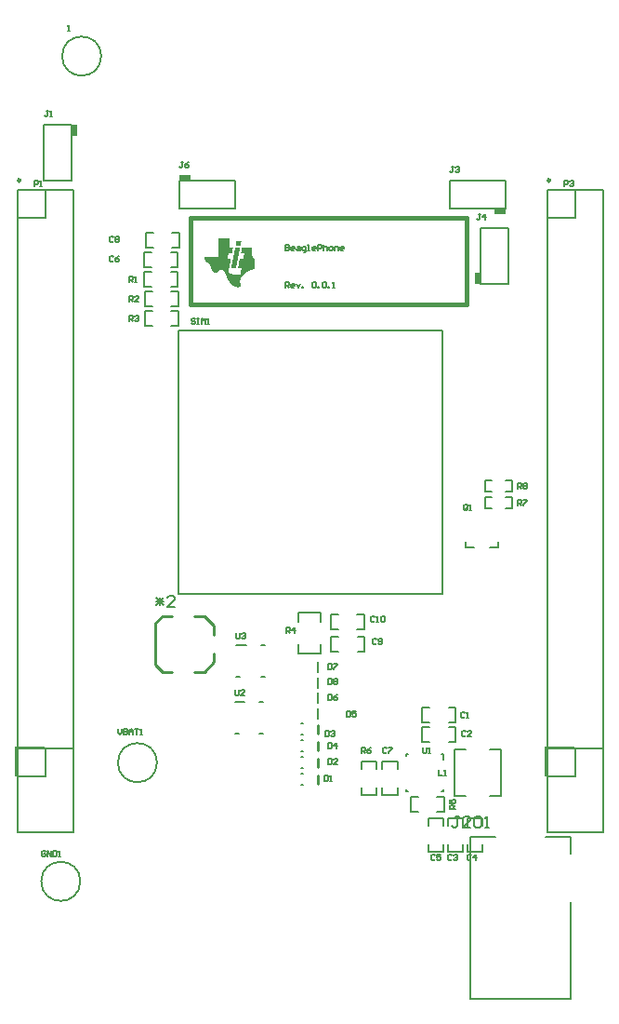
<source format=gto>
%FSLAX25Y25*%
%MOIN*%
G70*
G01*
G75*
%ADD10R,0.03937X0.03740*%
%ADD11O,0.06299X0.02362*%
%ADD12O,0.02362X0.06299*%
%ADD13R,0.03150X0.02362*%
%ADD14R,0.08661X0.03937*%
%ADD15R,0.04724X0.03937*%
%ADD16O,0.02362X0.00984*%
%ADD17R,0.04724X0.07874*%
%ADD18R,0.03150X0.03150*%
%ADD19R,0.06300X0.05000*%
%ADD20R,0.05906X0.07480*%
%ADD21O,0.00945X0.02362*%
%ADD22R,0.08465X0.06693*%
%ADD23R,0.03740X0.03937*%
%ADD24R,0.02362X0.05906*%
%ADD25C,0.04500*%
%ADD26C,0.03500*%
%ADD27C,0.02000*%
%ADD28C,0.01000*%
%ADD29C,0.06300*%
%ADD30C,0.04000*%
%ADD31C,0.06500*%
%ADD32C,0.06000*%
%ADD33C,0.02200*%
%ADD34R,0.01732X0.00787*%
%ADD35C,0.06000*%
%ADD36O,0.16929X0.06693*%
%ADD37O,0.05906X0.14961*%
%ADD38O,0.14961X0.05906*%
%ADD39C,0.05906*%
%ADD40R,0.05906X0.05906*%
%ADD41C,0.08700*%
%ADD42C,0.06496*%
%ADD43R,0.06496X0.06496*%
%ADD44R,0.05906X0.05906*%
%ADD45C,0.05000*%
%ADD46C,0.02000*%
%ADD47C,0.01969*%
%ADD48R,0.11024X0.03937*%
%ADD49R,0.07284X0.05118*%
%ADD50R,0.07717X0.12402*%
%ADD51R,0.08500X0.10799*%
%ADD52R,0.20866X0.06299*%
%ADD53R,0.12598X0.04134*%
%ADD54R,0.32677X0.41142*%
%ADD55R,0.20079X0.70079*%
%ADD56C,0.01500*%
%ADD57C,0.00799*%
%ADD58C,0.00984*%
%ADD59C,0.00700*%
%ADD60C,0.00701*%
%ADD61C,0.00787*%
%ADD62C,0.00669*%
%ADD63C,0.00800*%
%ADD64C,0.00600*%
%ADD65R,0.00886X0.03937*%
%ADD66R,0.04000X0.02000*%
%ADD67R,0.02000X0.04000*%
%ADD68R,0.10350X0.01000*%
%ADD69R,0.01000X0.11000*%
G36*
X78694Y-93030D02*
X79857D01*
Y-93102D01*
X79785D01*
Y-93466D01*
X79712D01*
Y-93829D01*
X79639D01*
Y-94193D01*
X79566D01*
Y-94556D01*
X79494D01*
Y-94920D01*
X79421D01*
Y-95211D01*
X78185D01*
Y-95429D01*
X78113D01*
Y-95792D01*
X78040D01*
Y-96156D01*
X77967D01*
Y-96519D01*
X77894D01*
Y-96883D01*
X77822D01*
Y-97246D01*
X78985D01*
Y-97537D01*
X78912D01*
Y-97901D01*
X78839D01*
Y-98264D01*
X78767D01*
Y-98628D01*
X78694D01*
Y-98991D01*
X78621D01*
Y-99355D01*
X78549D01*
Y-99718D01*
X78476D01*
Y-100082D01*
X78403D01*
Y-100445D01*
X78331D01*
Y-100809D01*
X78258D01*
Y-101172D01*
X78185D01*
Y-101754D01*
X78258D01*
Y-101972D01*
X78331D01*
Y-102117D01*
X78403D01*
Y-102190D01*
X78476D01*
Y-102263D01*
X78549D01*
Y-102335D01*
X78694D01*
Y-102408D01*
X78839D01*
Y-102481D01*
X79130D01*
Y-102553D01*
X79566D01*
Y-102626D01*
X82402D01*
Y-102408D01*
X82474D01*
Y-102044D01*
X82547D01*
Y-101681D01*
X82620D01*
Y-101318D01*
X82693D01*
Y-100954D01*
X82765D01*
Y-100591D01*
X82838D01*
Y-100445D01*
X81893D01*
Y-100372D01*
X81748D01*
Y-100300D01*
X81675D01*
Y-99645D01*
X81748D01*
Y-99355D01*
X81820D01*
Y-98991D01*
X81893D01*
Y-98628D01*
X81966D01*
Y-98264D01*
X82038D01*
Y-97901D01*
X82111D01*
Y-97537D01*
X82184D01*
Y-97246D01*
X83492D01*
Y-96883D01*
X83565D01*
Y-96519D01*
X83638D01*
Y-96156D01*
X83710D01*
Y-95792D01*
X83783D01*
Y-95429D01*
X83856D01*
Y-95211D01*
X82620D01*
Y-94993D01*
X82693D01*
Y-94629D01*
X82765D01*
Y-94266D01*
X82838D01*
Y-93902D01*
X82911D01*
Y-93539D01*
X82983D01*
Y-93175D01*
X83056D01*
Y-93030D01*
X86546D01*
Y-95502D01*
X86618D01*
Y-95865D01*
X86691D01*
Y-96156D01*
X86764D01*
Y-96301D01*
X86836D01*
Y-96447D01*
X86909D01*
Y-96592D01*
X86982D01*
Y-96665D01*
X87055D01*
Y-96810D01*
X87127D01*
Y-96883D01*
X87200D01*
Y-96956D01*
X87273D01*
Y-97028D01*
X87345D01*
Y-97101D01*
X87491D01*
Y-97174D01*
X87564D01*
Y-100736D01*
X87418D01*
Y-100809D01*
X87200D01*
Y-100881D01*
X86909D01*
Y-100954D01*
X86691D01*
Y-101027D01*
X86473D01*
Y-101099D01*
X86255D01*
Y-101172D01*
X86110D01*
Y-101245D01*
X85891D01*
Y-101318D01*
X85746D01*
Y-101390D01*
X85601D01*
Y-101463D01*
X85455D01*
Y-101536D01*
X85310D01*
Y-101608D01*
X85164D01*
Y-101681D01*
X85019D01*
Y-101754D01*
X84874D01*
Y-101826D01*
X84801D01*
Y-101899D01*
X84655D01*
Y-101972D01*
X84510D01*
Y-102044D01*
X84437D01*
Y-102117D01*
X84365D01*
Y-102190D01*
X84219D01*
Y-102263D01*
X84147D01*
Y-102335D01*
X84074D01*
Y-102408D01*
X83928D01*
Y-102481D01*
X83856D01*
Y-102553D01*
X83783D01*
Y-102626D01*
X83710D01*
Y-102699D01*
X83638D01*
Y-102771D01*
X83565D01*
Y-102844D01*
X83492D01*
Y-102917D01*
X83420D01*
Y-102990D01*
X83347D01*
Y-103062D01*
X83274D01*
Y-103135D01*
X83201D01*
Y-103208D01*
X83129D01*
Y-103353D01*
X83056D01*
Y-103426D01*
X82983D01*
Y-103498D01*
X82911D01*
Y-103644D01*
X82838D01*
Y-103717D01*
X82765D01*
Y-103862D01*
X82693D01*
Y-104007D01*
X82620D01*
Y-104153D01*
X82547D01*
Y-104298D01*
X82474D01*
Y-104516D01*
X82402D01*
Y-104807D01*
X82329D01*
Y-105898D01*
X82402D01*
Y-106261D01*
X82474D01*
Y-106552D01*
X82547D01*
Y-106770D01*
X82620D01*
Y-106915D01*
X82693D01*
Y-107061D01*
X82547D01*
Y-107133D01*
X82329D01*
Y-107206D01*
X81966D01*
Y-107279D01*
X81166D01*
Y-107206D01*
X80802D01*
Y-107133D01*
X80584D01*
Y-107061D01*
X80366D01*
Y-106988D01*
X80221D01*
Y-106915D01*
X80075D01*
Y-106843D01*
X80003D01*
Y-106770D01*
X79857D01*
Y-106697D01*
X79785D01*
Y-106625D01*
X79639D01*
Y-106552D01*
X79566D01*
Y-106479D01*
X79494D01*
Y-106406D01*
X79348D01*
Y-106334D01*
X79276D01*
Y-106261D01*
X79203D01*
Y-106188D01*
X79130D01*
Y-106116D01*
X79058D01*
Y-106043D01*
X78985D01*
Y-105970D01*
X78912D01*
Y-105898D01*
X78839D01*
Y-105752D01*
X78767D01*
Y-105680D01*
X78694D01*
Y-105607D01*
X78621D01*
Y-105534D01*
X78549D01*
Y-105389D01*
X78476D01*
Y-105316D01*
X78403D01*
Y-105171D01*
X78331D01*
Y-105025D01*
X78258D01*
Y-104953D01*
X78185D01*
Y-104807D01*
X78113D01*
Y-104662D01*
X78040D01*
Y-104516D01*
X77967D01*
Y-104371D01*
X77894D01*
Y-104226D01*
X77822D01*
Y-104080D01*
X77749D01*
Y-103935D01*
X77676D01*
Y-103789D01*
X77604D01*
Y-103644D01*
X77531D01*
Y-103498D01*
X77458D01*
Y-103280D01*
X77385D01*
Y-103135D01*
X77313D01*
Y-102990D01*
X77240D01*
Y-102844D01*
X77167D01*
Y-102699D01*
X77095D01*
Y-102553D01*
X77022D01*
Y-102408D01*
X76949D01*
Y-102263D01*
X76876D01*
Y-102117D01*
X76804D01*
Y-101972D01*
X76731D01*
Y-101826D01*
X76658D01*
Y-101754D01*
X76586D01*
Y-101608D01*
X76513D01*
Y-101536D01*
X76440D01*
Y-101463D01*
X76368D01*
Y-101390D01*
X76295D01*
Y-101318D01*
X76222D01*
Y-101245D01*
X76149D01*
Y-101172D01*
X76077D01*
Y-101099D01*
X75931D01*
Y-101027D01*
X75641D01*
Y-100954D01*
X75495D01*
Y-101027D01*
X75132D01*
Y-101099D01*
X74986D01*
Y-101172D01*
X74841D01*
Y-101245D01*
X74768D01*
Y-101318D01*
X74696D01*
Y-101390D01*
X74623D01*
Y-101463D01*
X74550D01*
Y-101536D01*
X74477D01*
Y-101608D01*
X74405D01*
Y-101681D01*
X74332D01*
Y-101754D01*
X74259D01*
Y-101826D01*
X74187D01*
Y-101899D01*
X74114D01*
Y-101972D01*
X74041D01*
Y-102044D01*
X73896D01*
Y-102117D01*
X73314D01*
Y-102044D01*
X73096D01*
Y-101972D01*
X72951D01*
Y-101899D01*
X72878D01*
Y-101826D01*
X72805D01*
Y-101754D01*
X72660D01*
Y-101608D01*
X72587D01*
Y-101536D01*
X72514D01*
Y-101463D01*
X72442D01*
Y-101318D01*
X72369D01*
Y-101172D01*
X72297D01*
Y-101027D01*
X72224D01*
Y-100881D01*
X72151D01*
Y-100736D01*
X72078D01*
Y-100591D01*
X72006D01*
Y-100372D01*
X71933D01*
Y-100227D01*
X71860D01*
Y-100009D01*
X71788D01*
Y-99863D01*
X71715D01*
Y-99645D01*
X71642D01*
Y-99573D01*
X71569D01*
Y-99427D01*
X71497D01*
Y-99355D01*
X71424D01*
Y-99209D01*
X71351D01*
Y-99137D01*
X71279D01*
Y-99064D01*
X71206D01*
Y-98991D01*
X71133D01*
Y-98918D01*
X71061D01*
Y-98846D01*
X70988D01*
Y-98773D01*
X70915D01*
Y-98700D01*
X70842D01*
Y-98628D01*
X70770D01*
Y-98555D01*
X70697D01*
Y-98482D01*
X70552D01*
Y-98409D01*
X70479D01*
Y-98337D01*
X70406D01*
Y-98264D01*
X70334D01*
Y-98191D01*
X70261D01*
Y-98119D01*
X70188D01*
Y-98046D01*
X70115D01*
Y-97973D01*
X70043D01*
Y-97901D01*
X69970D01*
Y-97755D01*
X69897D01*
Y-97682D01*
X69825D01*
Y-97537D01*
X69752D01*
Y-97392D01*
X69679D01*
Y-97246D01*
X69607D01*
Y-97101D01*
X69534D01*
Y-96810D01*
X69461D01*
Y-96447D01*
X74477D01*
Y-89685D01*
X78694D01*
Y-93030D01*
D02*
G37*
G36*
X82329Y-93175D02*
X82256D01*
Y-93539D01*
X82184D01*
Y-93902D01*
X82111D01*
Y-94266D01*
X82038D01*
Y-94629D01*
X81966D01*
Y-94993D01*
X81893D01*
Y-95356D01*
X81820D01*
Y-95720D01*
X81748D01*
Y-96083D01*
X81675D01*
Y-96447D01*
X81602D01*
Y-96810D01*
X81529D01*
Y-97174D01*
X81457D01*
Y-97537D01*
X81384D01*
Y-97901D01*
X81311D01*
Y-98264D01*
X81239D01*
Y-98628D01*
X81166D01*
Y-98991D01*
X81093D01*
Y-99355D01*
X81020D01*
Y-99718D01*
X80948D01*
Y-100082D01*
X80875D01*
Y-100445D01*
X79130D01*
Y-100227D01*
X79203D01*
Y-99863D01*
X79276D01*
Y-99500D01*
X79348D01*
Y-99137D01*
X79421D01*
Y-98773D01*
X79494D01*
Y-98409D01*
X79566D01*
Y-98046D01*
X79639D01*
Y-97682D01*
X79712D01*
Y-97319D01*
X79785D01*
Y-96956D01*
X79857D01*
Y-96592D01*
X79930D01*
Y-96228D01*
X80003D01*
Y-95865D01*
X80075D01*
Y-95502D01*
X80148D01*
Y-95138D01*
X80221D01*
Y-94775D01*
X80293D01*
Y-94411D01*
X80366D01*
Y-94047D01*
X80439D01*
Y-93684D01*
X80511D01*
Y-93321D01*
X80584D01*
Y-93030D01*
X82329D01*
Y-93175D01*
D02*
G37*
G36*
X82765Y-90921D02*
X82693D01*
Y-91285D01*
X82620D01*
Y-91648D01*
X82547D01*
Y-92012D01*
X82474D01*
Y-92303D01*
X80730D01*
Y-92157D01*
X80802D01*
Y-91794D01*
X80875D01*
Y-91430D01*
X80948D01*
Y-91067D01*
X81020D01*
Y-90703D01*
X81093D01*
Y-90631D01*
X82765D01*
Y-90921D01*
D02*
G37*
D28*
X54500Y-245000D02*
X58000D01*
X52000Y-242500D02*
X54500Y-245000D01*
X52000Y-242500D02*
Y-227500D01*
X54500Y-225000D01*
X58000D01*
X66000Y-245000D02*
X69500D01*
X73000Y-241500D01*
X69500Y-225000D02*
X73000Y-228500D01*
X66000Y-225000D02*
X69500D01*
X73000Y-241500D02*
Y-238250D01*
Y-231750D02*
Y-228500D01*
D56*
X64500Y-113500D02*
Y-82500D01*
Y-113500D02*
X163500D01*
Y-82500D01*
X64500D02*
X163500D01*
D57*
X52500Y-277500D02*
G03*
X52500Y-277500I-7000J0D01*
G01*
X32500Y-24500D02*
G03*
X32500Y-24500I-7000J0D01*
G01*
X25000Y-320000D02*
G03*
X25000Y-320000I-7000J0D01*
G01*
D58*
X3543Y-68957D02*
G03*
X3543Y-68957I-492J0D01*
G01*
X193543D02*
G03*
X193543Y-68957I-492J0D01*
G01*
X110209Y-266976D02*
Y-264122D01*
Y-272976D02*
Y-270122D01*
Y-284976D02*
Y-282122D01*
Y-278976D02*
Y-276122D01*
D59*
X165000Y-304000D02*
X174000D01*
X192000D02*
X201000D01*
Y-310000D02*
Y-304000D01*
Y-362000D02*
Y-327500D01*
X165000Y-362000D02*
X201000D01*
X165000D02*
Y-304000D01*
X57550Y-108773D02*
X60148D01*
Y-114220D02*
Y-108773D01*
X57550Y-114220D02*
X60148D01*
X48151D02*
X50750D01*
X48151D02*
Y-108773D01*
X50750D01*
X48002Y-107227D02*
X50600D01*
X48002D02*
Y-101780D01*
X50600D01*
X57400D02*
X59998D01*
Y-107227D02*
Y-101780D01*
X57400Y-107227D02*
X59998D01*
X48002Y-100227D02*
X50600D01*
X48002D02*
Y-94780D01*
X50600D01*
X57400D02*
X59998D01*
Y-100227D02*
Y-94780D01*
X57400Y-100227D02*
X59998D01*
X48502Y-93227D02*
X51100D01*
X48502D02*
Y-87780D01*
X51100D01*
X57900D02*
X60498D01*
Y-93227D02*
Y-87780D01*
X57900Y-93227D02*
X60498D01*
X170200Y-186550D02*
X172500D01*
X170200D02*
Y-182450D01*
X172500D01*
X177500Y-186550D02*
X179800D01*
Y-182450D01*
X177500D02*
X179800D01*
X111350Y-227000D02*
Y-223600D01*
X107350D02*
X111350D01*
X103350D02*
X107350D01*
X103350Y-227000D02*
Y-223600D01*
Y-238400D02*
Y-235000D01*
Y-238400D02*
X107350D01*
X111350D01*
Y-235000D01*
X124250Y-224273D02*
X126849D01*
Y-229720D02*
Y-224273D01*
X124250Y-229720D02*
X126849D01*
X114852D02*
X117450D01*
X114852D02*
Y-224273D01*
X117450D01*
X124400Y-232273D02*
X126998D01*
Y-237720D02*
Y-232273D01*
X124400Y-237720D02*
X126998D01*
X115002D02*
X117600D01*
X115002D02*
Y-232273D01*
X117600D01*
X57550Y-115773D02*
X60148D01*
Y-121220D02*
Y-115773D01*
X57550Y-121220D02*
X60148D01*
X48151D02*
X50750D01*
X48151D02*
Y-115773D01*
X50750D01*
X177500Y-176450D02*
X179800D01*
Y-180550D02*
Y-176450D01*
X177500Y-180550D02*
X179800D01*
X170200Y-176450D02*
X172500D01*
X170200Y-180550D02*
Y-176450D01*
Y-180550D02*
X172500D01*
X147651Y-263227D02*
X150250D01*
X147651D02*
Y-257780D01*
X150250D01*
X157050D02*
X159648D01*
Y-263227D02*
Y-257780D01*
X157050Y-263227D02*
X159648D01*
X147651Y-270227D02*
X150250D01*
X147651D02*
Y-264780D01*
X150250D01*
X157050D02*
X159648D01*
Y-270227D02*
Y-264780D01*
X157050Y-270227D02*
X159648D01*
X163773Y-299950D02*
Y-297352D01*
X169220D01*
Y-299950D02*
Y-297352D01*
Y-309349D02*
Y-306750D01*
X163773Y-309349D02*
X169220D01*
X163773D02*
Y-306750D01*
X156773Y-299950D02*
Y-297352D01*
X162220D01*
Y-299950D02*
Y-297352D01*
Y-309349D02*
Y-306750D01*
X156773Y-309349D02*
X162220D01*
X156773D02*
Y-306750D01*
X149773Y-299950D02*
Y-297352D01*
X155220D01*
Y-299950D02*
Y-297352D01*
Y-309349D02*
Y-306750D01*
X149773Y-309349D02*
X155220D01*
X149773D02*
Y-306750D01*
X152900Y-289773D02*
X155498D01*
Y-295220D02*
Y-289773D01*
X152900Y-295220D02*
X155498D01*
X143502D02*
X146100D01*
X143502D02*
Y-289773D01*
X146100D01*
X131227Y-288998D02*
Y-286400D01*
X125780Y-288998D02*
X131227D01*
X125780D02*
Y-286400D01*
Y-279600D02*
Y-277002D01*
X131227D01*
Y-279600D02*
Y-277002D01*
X2500Y-82500D02*
X12500D01*
Y-72500D01*
X2500D02*
X22500D01*
Y-272500D02*
Y-72500D01*
X2500Y-272500D02*
X22500D01*
X2500D02*
Y-72500D01*
X133273Y-279600D02*
Y-277002D01*
X138720D01*
Y-279600D02*
Y-277002D01*
Y-288998D02*
Y-286400D01*
X133273Y-288998D02*
X138720D01*
X133273D02*
Y-286400D01*
X192500Y-82500D02*
X202500D01*
Y-72500D01*
X192500D02*
X212500D01*
Y-272500D02*
Y-72500D01*
X192500Y-272500D02*
X212500D01*
X192500D02*
Y-72500D01*
Y-302500D02*
Y-272500D01*
Y-302500D02*
X212500D01*
Y-272500D01*
X192500D02*
X212500D01*
X202500Y-282500D02*
Y-272500D01*
X192500Y-282500D02*
X202500D01*
X2500Y-302500D02*
Y-272500D01*
Y-302500D02*
X22500D01*
Y-272500D01*
X2500D02*
X22500D01*
X12500Y-282500D02*
Y-272500D01*
X2500Y-282500D02*
X12500D01*
X160866Y-296701D02*
X159533D01*
X160199D01*
Y-300034D01*
X159533Y-300700D01*
X158867D01*
X158200Y-300034D01*
X164865Y-300700D02*
X162199D01*
X164865Y-298034D01*
Y-297368D01*
X164198Y-296701D01*
X162865D01*
X162199Y-297368D01*
X166197D02*
X166864Y-296701D01*
X168197D01*
X168863Y-297368D01*
Y-300034D01*
X168197Y-300700D01*
X166864D01*
X166197Y-300034D01*
Y-297368D01*
X170196Y-300700D02*
X171529D01*
X170863D01*
Y-296701D01*
X170196Y-297368D01*
X52200Y-218468D02*
X54866Y-221134D01*
X52200D02*
X54866Y-218468D01*
X52200Y-219801D02*
X54866D01*
X53533Y-221134D02*
Y-218468D01*
X58864Y-221800D02*
X56199D01*
X58864Y-219134D01*
Y-218468D01*
X58198Y-217801D01*
X56865D01*
X56199Y-218468D01*
D60*
X60256Y-122756D02*
X154744D01*
X60256Y-217244D02*
Y-122756D01*
Y-217244D02*
X154744D01*
Y-122756D01*
D61*
X89740Y-246709D02*
X91118D01*
X89740Y-235291D02*
X91118D01*
X80882Y-246709D02*
X82260D01*
X80882Y-235291D02*
X84524Y-235291D01*
X89240Y-267209D02*
X90618D01*
X89240Y-255791D02*
X90618D01*
X80382Y-267209D02*
X81760D01*
X80382Y-255791D02*
X84024Y-255791D01*
X171831Y-272732D02*
X175768D01*
Y-289268D02*
Y-272732D01*
X171831Y-289268D02*
X175768D01*
X159232Y-272732D02*
X163169D01*
X159232Y-289268D02*
Y-272732D01*
Y-289268D02*
X163169D01*
X155193Y-276472D02*
Y-274307D01*
X154563D02*
X155193D01*
X154563Y-287693D02*
X155193D01*
Y-287063D01*
X141807Y-287693D02*
Y-287063D01*
Y-287693D02*
X142437D01*
X141807Y-274937D02*
Y-274307D01*
X142437D01*
X163094Y-200256D02*
X166244D01*
X163094D02*
Y-198287D01*
X171756Y-200256D02*
X174906D01*
Y-198287D01*
D62*
X104106Y-267469D02*
X104894D01*
X104106Y-263531D02*
X104894D01*
X104106Y-273468D02*
X104894D01*
X104106Y-269531D02*
X104894D01*
X104106Y-285469D02*
X104894D01*
X104106Y-281532D02*
X104894D01*
X104106Y-279468D02*
X104894D01*
X104106Y-275532D02*
X104894D01*
D63*
X157500Y-69000D02*
X177500D01*
X157500Y-79000D02*
Y-69000D01*
Y-79000D02*
X177500D01*
Y-69000D01*
X60500Y-79000D02*
X80500D01*
Y-69000D01*
X60500D02*
X80500D01*
X60500Y-79000D02*
Y-69000D01*
X12000D02*
Y-49000D01*
Y-69000D02*
X22000D01*
Y-49000D01*
X12000D02*
X22000D01*
X178500Y-106000D02*
Y-86000D01*
X168500D02*
X178500D01*
X168500Y-106000D02*
Y-86000D01*
Y-106000D02*
X178500D01*
D64*
X81000Y-231001D02*
Y-232667D01*
X81333Y-233000D01*
X82000D01*
X82333Y-232667D01*
Y-231001D01*
X82999Y-231334D02*
X83333Y-231001D01*
X83999D01*
X84332Y-231334D01*
Y-231667D01*
X83999Y-232000D01*
X83666D01*
X83999D01*
X84332Y-232334D01*
Y-232667D01*
X83999Y-233000D01*
X83333D01*
X82999Y-232667D01*
X66333Y-118834D02*
X66000Y-118501D01*
X65333D01*
X65000Y-118834D01*
Y-119167D01*
X65333Y-119500D01*
X66000D01*
X66333Y-119834D01*
Y-120167D01*
X66000Y-120500D01*
X65333D01*
X65000Y-120167D01*
X66999Y-118501D02*
X67666D01*
X67333D01*
Y-120500D01*
X66999D01*
X67666D01*
X68665D02*
Y-118501D01*
X69332Y-119167D01*
X69998Y-118501D01*
Y-120500D01*
X70665D02*
X71331D01*
X70998D01*
Y-118501D01*
X70665Y-118834D01*
X38700Y-265501D02*
Y-266834D01*
X39366Y-267500D01*
X40033Y-266834D01*
Y-265501D01*
X40699D02*
Y-267500D01*
X41699D01*
X42032Y-267167D01*
Y-266834D01*
X41699Y-266500D01*
X40699D01*
X41699D01*
X42032Y-266167D01*
Y-265834D01*
X41699Y-265501D01*
X40699D01*
X42699Y-267500D02*
Y-266167D01*
X43365Y-265501D01*
X44032Y-266167D01*
Y-267500D01*
Y-266500D01*
X42699D01*
X44698Y-265501D02*
X46031D01*
X45364D01*
Y-267500D01*
X46697D02*
X47364D01*
X47031D01*
Y-265501D01*
X46697Y-265834D01*
X80500Y-251501D02*
Y-253167D01*
X80833Y-253500D01*
X81500D01*
X81833Y-253167D01*
Y-251501D01*
X83832Y-253500D02*
X82499D01*
X83832Y-252167D01*
Y-251834D01*
X83499Y-251501D01*
X82833D01*
X82499Y-251834D01*
X148000Y-272001D02*
Y-273667D01*
X148333Y-274000D01*
X149000D01*
X149333Y-273667D01*
Y-272001D01*
X149999Y-274000D02*
X150666D01*
X150333D01*
Y-272001D01*
X149999Y-272334D01*
X182000Y-179500D02*
Y-177501D01*
X183000D01*
X183333Y-177834D01*
Y-178500D01*
X183000Y-178833D01*
X182000D01*
X182667D02*
X183333Y-179500D01*
X183999Y-177834D02*
X184333Y-177501D01*
X184999D01*
X185332Y-177834D01*
Y-178167D01*
X184999Y-178500D01*
X185332Y-178833D01*
Y-179167D01*
X184999Y-179500D01*
X184333D01*
X183999Y-179167D01*
Y-178833D01*
X184333Y-178500D01*
X183999Y-178167D01*
Y-177834D01*
X184333Y-178500D02*
X184999D01*
X182000Y-185500D02*
Y-183501D01*
X183000D01*
X183333Y-183834D01*
Y-184500D01*
X183000Y-184834D01*
X182000D01*
X182667D02*
X183333Y-185500D01*
X183999Y-183501D02*
X185332D01*
Y-183834D01*
X183999Y-185167D01*
Y-185500D01*
X126000Y-274100D02*
Y-272101D01*
X127000D01*
X127333Y-272434D01*
Y-273100D01*
X127000Y-273434D01*
X126000D01*
X126666D02*
X127333Y-274100D01*
X129332Y-272101D02*
X128666Y-272434D01*
X127999Y-273100D01*
Y-273767D01*
X128333Y-274100D01*
X128999D01*
X129332Y-273767D01*
Y-273434D01*
X128999Y-273100D01*
X127999D01*
X159500Y-294000D02*
X157501D01*
Y-293000D01*
X157834Y-292667D01*
X158500D01*
X158834Y-293000D01*
Y-294000D01*
Y-293334D02*
X159500Y-292667D01*
X157501Y-290668D02*
Y-292001D01*
X158500D01*
X158167Y-291334D01*
Y-291001D01*
X158500Y-290668D01*
X159167D01*
X159500Y-291001D01*
Y-291667D01*
X159167Y-292001D01*
X98850Y-231000D02*
Y-229001D01*
X99850D01*
X100183Y-229334D01*
Y-230000D01*
X99850Y-230334D01*
X98850D01*
X99517D02*
X100183Y-231000D01*
X101849D02*
Y-229001D01*
X100850Y-230000D01*
X102183D01*
X42500Y-119500D02*
Y-117501D01*
X43500D01*
X43833Y-117834D01*
Y-118500D01*
X43500Y-118833D01*
X42500D01*
X43166D02*
X43833Y-119500D01*
X44499Y-117834D02*
X44833Y-117501D01*
X45499D01*
X45832Y-117834D01*
Y-118167D01*
X45499Y-118500D01*
X45166D01*
X45499D01*
X45832Y-118833D01*
Y-119167D01*
X45499Y-119500D01*
X44833D01*
X44499Y-119167D01*
X42500Y-112500D02*
Y-110501D01*
X43500D01*
X43833Y-110834D01*
Y-111500D01*
X43500Y-111834D01*
X42500D01*
X43166D02*
X43833Y-112500D01*
X45832D02*
X44499D01*
X45832Y-111167D01*
Y-110834D01*
X45499Y-110501D01*
X44833D01*
X44499Y-110834D01*
X42500Y-105500D02*
Y-103501D01*
X43500D01*
X43833Y-103834D01*
Y-104500D01*
X43500Y-104833D01*
X42500D01*
X43166D02*
X43833Y-105500D01*
X44499D02*
X45166D01*
X44833D01*
Y-103501D01*
X44499Y-103834D01*
X163809Y-186667D02*
Y-185334D01*
X163475Y-185001D01*
X162809D01*
X162476Y-185334D01*
Y-186667D01*
X162809Y-187000D01*
X163475D01*
X163142Y-186334D02*
X163809Y-187000D01*
X163475D02*
X163809Y-186667D01*
X164475Y-187000D02*
X165141D01*
X164808D01*
Y-185001D01*
X164475Y-185334D01*
X153500Y-280001D02*
Y-282000D01*
X154833D01*
X155499D02*
X156166D01*
X155833D01*
Y-280001D01*
X155499Y-280334D01*
X62033Y-62401D02*
X61366D01*
X61700D01*
Y-64067D01*
X61366Y-64400D01*
X61033D01*
X60700Y-64067D01*
X64032Y-62401D02*
X63366Y-62734D01*
X62699Y-63400D01*
Y-64067D01*
X63033Y-64400D01*
X63699D01*
X64032Y-64067D01*
Y-63734D01*
X63699Y-63400D01*
X62699D01*
X168433Y-81001D02*
X167766D01*
X168100D01*
Y-82667D01*
X167766Y-83000D01*
X167433D01*
X167100Y-82667D01*
X170099Y-83000D02*
Y-81001D01*
X169099Y-82000D01*
X170432D01*
X159033Y-64001D02*
X158367D01*
X158700D01*
Y-65667D01*
X158367Y-66000D01*
X158033D01*
X157700Y-65667D01*
X159699Y-64334D02*
X160033Y-64001D01*
X160699D01*
X161032Y-64334D01*
Y-64667D01*
X160699Y-65000D01*
X160366D01*
X160699D01*
X161032Y-65334D01*
Y-65667D01*
X160699Y-66000D01*
X160033D01*
X159699Y-65667D01*
X13533Y-44001D02*
X12867D01*
X13200D01*
Y-45667D01*
X12867Y-46000D01*
X12533D01*
X12200Y-45667D01*
X14199Y-46000D02*
X14866D01*
X14533D01*
Y-44001D01*
X14199Y-44334D01*
X114000Y-247501D02*
Y-249500D01*
X115000D01*
X115333Y-249167D01*
Y-247834D01*
X115000Y-247501D01*
X114000D01*
X115999Y-247834D02*
X116333Y-247501D01*
X116999D01*
X117332Y-247834D01*
Y-248167D01*
X116999Y-248500D01*
X117332Y-248833D01*
Y-249167D01*
X116999Y-249500D01*
X116333D01*
X115999Y-249167D01*
Y-248833D01*
X116333Y-248500D01*
X115999Y-248167D01*
Y-247834D01*
X116333Y-248500D02*
X116999D01*
X114000Y-242001D02*
Y-244000D01*
X115000D01*
X115333Y-243667D01*
Y-242334D01*
X115000Y-242001D01*
X114000D01*
X115999D02*
X117332D01*
Y-242334D01*
X115999Y-243667D01*
Y-244000D01*
X114000Y-253001D02*
Y-255000D01*
X115000D01*
X115333Y-254667D01*
Y-253334D01*
X115000Y-253001D01*
X114000D01*
X117332D02*
X116666Y-253334D01*
X115999Y-254000D01*
Y-254667D01*
X116333Y-255000D01*
X116999D01*
X117332Y-254667D01*
Y-254333D01*
X116999Y-254000D01*
X115999D01*
X120500Y-259001D02*
Y-261000D01*
X121500D01*
X121833Y-260667D01*
Y-259334D01*
X121500Y-259001D01*
X120500D01*
X123832D02*
X122499D01*
Y-260000D01*
X123166Y-259667D01*
X123499D01*
X123832Y-260000D01*
Y-260667D01*
X123499Y-261000D01*
X122833D01*
X122499Y-260667D01*
X114000Y-270501D02*
Y-272500D01*
X115000D01*
X115333Y-272167D01*
Y-270834D01*
X115000Y-270501D01*
X114000D01*
X116999Y-272500D02*
Y-270501D01*
X115999Y-271500D01*
X117332D01*
X113000Y-266001D02*
Y-268000D01*
X114000D01*
X114333Y-267667D01*
Y-266334D01*
X114000Y-266001D01*
X113000D01*
X114999Y-266334D02*
X115333Y-266001D01*
X115999D01*
X116332Y-266334D01*
Y-266667D01*
X115999Y-267000D01*
X115666D01*
X115999D01*
X116332Y-267334D01*
Y-267667D01*
X115999Y-268000D01*
X115333D01*
X114999Y-267667D01*
X114000Y-276001D02*
Y-278000D01*
X115000D01*
X115333Y-277667D01*
Y-276334D01*
X115000Y-276001D01*
X114000D01*
X117332Y-278000D02*
X115999D01*
X117332Y-276667D01*
Y-276334D01*
X116999Y-276001D01*
X116333D01*
X115999Y-276334D01*
X112500Y-282001D02*
Y-284000D01*
X113500D01*
X113833Y-283667D01*
Y-282334D01*
X113500Y-282001D01*
X112500D01*
X114499Y-284000D02*
X115166D01*
X114833D01*
Y-282001D01*
X114499Y-282334D01*
X130683Y-225334D02*
X130350Y-225001D01*
X129684D01*
X129350Y-225334D01*
Y-226667D01*
X129684Y-227000D01*
X130350D01*
X130683Y-226667D01*
X131350Y-227000D02*
X132016D01*
X131683D01*
Y-225001D01*
X131350Y-225334D01*
X133016D02*
X133349Y-225001D01*
X134016D01*
X134349Y-225334D01*
Y-226667D01*
X134016Y-227000D01*
X133349D01*
X133016Y-226667D01*
Y-225334D01*
X131333Y-233334D02*
X131000Y-233001D01*
X130333D01*
X130000Y-233334D01*
Y-234667D01*
X130333Y-235000D01*
X131000D01*
X131333Y-234667D01*
X131999D02*
X132333Y-235000D01*
X132999D01*
X133332Y-234667D01*
Y-233334D01*
X132999Y-233001D01*
X132333D01*
X131999Y-233334D01*
Y-233667D01*
X132333Y-234000D01*
X133332D01*
X36833Y-89334D02*
X36500Y-89001D01*
X35833D01*
X35500Y-89334D01*
Y-90667D01*
X35833Y-91000D01*
X36500D01*
X36833Y-90667D01*
X37499Y-89334D02*
X37833Y-89001D01*
X38499D01*
X38832Y-89334D01*
Y-89667D01*
X38499Y-90000D01*
X38832Y-90334D01*
Y-90667D01*
X38499Y-91000D01*
X37833D01*
X37499Y-90667D01*
Y-90334D01*
X37833Y-90000D01*
X37499Y-89667D01*
Y-89334D01*
X37833Y-90000D02*
X38499D01*
X134833Y-272434D02*
X134500Y-272101D01*
X133833D01*
X133500Y-272434D01*
Y-273767D01*
X133833Y-274100D01*
X134500D01*
X134833Y-273767D01*
X135499Y-272101D02*
X136832D01*
Y-272434D01*
X135499Y-273767D01*
Y-274100D01*
X36833Y-96334D02*
X36500Y-96001D01*
X35833D01*
X35500Y-96334D01*
Y-97667D01*
X35833Y-98000D01*
X36500D01*
X36833Y-97667D01*
X38832Y-96001D02*
X38166Y-96334D01*
X37499Y-97000D01*
Y-97667D01*
X37833Y-98000D01*
X38499D01*
X38832Y-97667D01*
Y-97334D01*
X38499Y-97000D01*
X37499D01*
X152333Y-310684D02*
X152000Y-310351D01*
X151333D01*
X151000Y-310684D01*
Y-312017D01*
X151333Y-312350D01*
X152000D01*
X152333Y-312017D01*
X154332Y-310351D02*
X152999D01*
Y-311351D01*
X153666Y-311017D01*
X153999D01*
X154332Y-311351D01*
Y-312017D01*
X153999Y-312350D01*
X153333D01*
X152999Y-312017D01*
X165333Y-310684D02*
X165000Y-310351D01*
X164333D01*
X164000Y-310684D01*
Y-312017D01*
X164333Y-312350D01*
X165000D01*
X165333Y-312017D01*
X166999Y-312350D02*
Y-310351D01*
X165999Y-311351D01*
X167332D01*
X158333Y-310684D02*
X158000Y-310351D01*
X157333D01*
X157000Y-310684D01*
Y-312017D01*
X157333Y-312350D01*
X158000D01*
X158333Y-312017D01*
X158999Y-310684D02*
X159333Y-310351D01*
X159999D01*
X160332Y-310684D01*
Y-311017D01*
X159999Y-311351D01*
X159666D01*
X159999D01*
X160332Y-311684D01*
Y-312017D01*
X159999Y-312350D01*
X159333D01*
X158999Y-312017D01*
X163132Y-266334D02*
X162799Y-266001D01*
X162132D01*
X161799Y-266334D01*
Y-267667D01*
X162132Y-268000D01*
X162799D01*
X163132Y-267667D01*
X165131Y-268000D02*
X163799D01*
X165131Y-266667D01*
Y-266334D01*
X164798Y-266001D01*
X164132D01*
X163799Y-266334D01*
X162982Y-259834D02*
X162649Y-259501D01*
X161983D01*
X161650Y-259834D01*
Y-261167D01*
X161983Y-261500D01*
X162649D01*
X162982Y-261167D01*
X163649Y-261500D02*
X164315D01*
X163982D01*
Y-259501D01*
X163649Y-259834D01*
X198500Y-71000D02*
Y-69001D01*
X199500D01*
X199833Y-69334D01*
Y-70000D01*
X199500Y-70334D01*
X198500D01*
X200499Y-69334D02*
X200833Y-69001D01*
X201499D01*
X201832Y-69334D01*
Y-69667D01*
X201499Y-70000D01*
X201166D01*
X201499D01*
X201832Y-70334D01*
Y-70667D01*
X201499Y-71000D01*
X200833D01*
X200499Y-70667D01*
X8500Y-71000D02*
Y-69001D01*
X9500D01*
X9833Y-69334D01*
Y-70000D01*
X9500Y-70334D01*
X8500D01*
X10499Y-71000D02*
X11166D01*
X10833D01*
Y-69001D01*
X10499Y-69334D01*
X12683Y-309334D02*
X12350Y-309001D01*
X11683D01*
X11350Y-309334D01*
Y-310667D01*
X11683Y-311000D01*
X12350D01*
X12683Y-310667D01*
Y-310000D01*
X12016D01*
X13349Y-311000D02*
Y-309001D01*
X14682Y-311000D01*
Y-309001D01*
X15349D02*
Y-311000D01*
X16348D01*
X16682Y-310667D01*
Y-309334D01*
X16348Y-309001D01*
X15349D01*
X17348Y-311000D02*
X18014D01*
X17681D01*
Y-309001D01*
X17348Y-309334D01*
X20500Y-15500D02*
X21167D01*
X20833D01*
Y-13501D01*
X20500Y-13834D01*
X98400Y-92201D02*
Y-94200D01*
X99400D01*
X99733Y-93867D01*
Y-93534D01*
X99400Y-93200D01*
X98400D01*
X99400D01*
X99733Y-92867D01*
Y-92534D01*
X99400Y-92201D01*
X98400D01*
X101399Y-94200D02*
X100733D01*
X100399Y-93867D01*
Y-93200D01*
X100733Y-92867D01*
X101399D01*
X101732Y-93200D01*
Y-93534D01*
X100399D01*
X102732Y-92867D02*
X103398D01*
X103732Y-93200D01*
Y-94200D01*
X102732D01*
X102399Y-93867D01*
X102732Y-93534D01*
X103732D01*
X105064Y-94866D02*
X105398D01*
X105731Y-94533D01*
Y-92867D01*
X104731D01*
X104398Y-93200D01*
Y-93867D01*
X104731Y-94200D01*
X105731D01*
X106397D02*
X107064D01*
X106731D01*
Y-92201D01*
X106397D01*
X109063Y-94200D02*
X108397D01*
X108063Y-93867D01*
Y-93200D01*
X108397Y-92867D01*
X109063D01*
X109396Y-93200D01*
Y-93534D01*
X108063D01*
X110063Y-94200D02*
Y-92201D01*
X111063D01*
X111396Y-92534D01*
Y-93200D01*
X111063Y-93534D01*
X110063D01*
X112062Y-92201D02*
Y-94200D01*
Y-93200D01*
X112396Y-92867D01*
X113062D01*
X113395Y-93200D01*
Y-94200D01*
X114395D02*
X115061D01*
X115394Y-93867D01*
Y-93200D01*
X115061Y-92867D01*
X114395D01*
X114062Y-93200D01*
Y-93867D01*
X114395Y-94200D01*
X116061D02*
Y-92867D01*
X117061D01*
X117394Y-93200D01*
Y-94200D01*
X119060D02*
X118394D01*
X118060Y-93867D01*
Y-93200D01*
X118394Y-92867D01*
X119060D01*
X119393Y-93200D01*
Y-93534D01*
X118060D01*
X98500Y-107500D02*
Y-105501D01*
X99500D01*
X99833Y-105834D01*
Y-106500D01*
X99500Y-106834D01*
X98500D01*
X99166D02*
X99833Y-107500D01*
X101499D02*
X100833D01*
X100499Y-107167D01*
Y-106500D01*
X100833Y-106167D01*
X101499D01*
X101832Y-106500D01*
Y-106834D01*
X100499D01*
X102499Y-106167D02*
X103165Y-107500D01*
X103832Y-106167D01*
X104498Y-107500D02*
Y-107167D01*
X104831D01*
Y-107500D01*
X104498D01*
X108163Y-105834D02*
X108497Y-105501D01*
X109163D01*
X109496Y-105834D01*
Y-107167D01*
X109163Y-107500D01*
X108497D01*
X108163Y-107167D01*
Y-105834D01*
X110163Y-107500D02*
Y-107167D01*
X110496D01*
Y-107500D01*
X110163D01*
X111829Y-105834D02*
X112162Y-105501D01*
X112829D01*
X113162Y-105834D01*
Y-107167D01*
X112829Y-107500D01*
X112162D01*
X111829Y-107167D01*
Y-105834D01*
X113828Y-107500D02*
Y-107167D01*
X114162D01*
Y-107500D01*
X113828D01*
X115495D02*
X116161D01*
X115828D01*
Y-105501D01*
X115495Y-105834D01*
D65*
X110053Y-248987D02*
D03*
X110100Y-243487D02*
D03*
X110057Y-259992D02*
D03*
X110060Y-254496D02*
D03*
D66*
X175500Y-80000D02*
D03*
X62500Y-68000D02*
D03*
D67*
X23000Y-51000D02*
D03*
X167500Y-104000D02*
D03*
D68*
X197325Y-272000D02*
D03*
X7325D02*
D03*
D69*
X192000Y-277000D02*
D03*
X2000D02*
D03*
M02*

</source>
